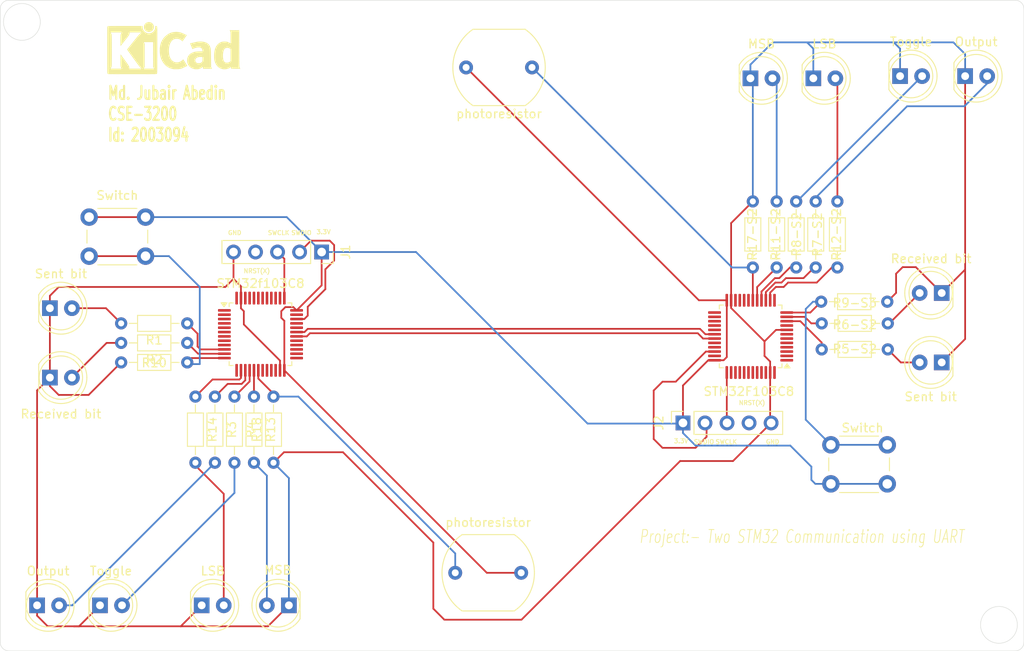
<source format=kicad_pcb>
(kicad_pcb (version 20241229) (generator "pcbnew") (generator_version "9.0")
  (layers (0 "F.Cu" signal) (2 "B.Cu" signal) (13 "F.Paste" user) (15 "B.Paste" user) (5 "F.SilkS" user "F.Silkscreen") (7 "B.SilkS" user "B.Silkscreen") (1 "F.Mask" user) (3 "B.Mask" user) (25 "Edge.Cuts" user))
  (net 0 "")
  (net 1 "GND")
  (net 2 "/Blink On Send S2")
  (net 3 "/Blink On Receive S2")
  (net 4 "/Output Photo S2")
  (net 5 "/Toggle on External Interrupt S2")
  (net 6 "/Blink On Send S1")
  (net 7 "/Blink On Receive S1")
  (net 8 "/Output Photo S1")
  (net 9 "/Toggle on External Interrupt S1")
  (net 10 "/MSB data by Timer S1")
  (net 11 "/MSB data by Timer S2")
  (net 13 "Net-(J1-Pin_2)")
  (net 14 "+3.3V")
  (net 15 "Net-(J1-Pin_3)")
  (net 17 "Net-(J2-Pin_2)")
  (net 18 "Net-(J2-Pin_3)")
  (net 19 "Net-(U1-PA0)")
  (net 20 "Net-(U1-PA1)")
  (net 21 "Net-(U1-PA5)")
  (net 22 "Net-(U1-PA6)")
  (net 23 "Net-(U2-PA0)")
  (net 24 "Net-(U2-PA1)")
  (net 25 "Net-(U2-PA5)")
  (net 26 "Net-(U2-PA6)")
  (net 27 "Net-(U2-PA7)")
  (net 28 "Net-(U2-PA4)")
  (net 29 "Net-(U1-PA7)")
  (net 30 "Net-(U1-PA4)")
  (net 31 "Net-(U2-PB0)")
  (net 32 "Net-(U1-PB0)")
  (net 33 "Net-(U2-PA2)")
  (net 34 "Net-(U1-PA2)")
  (net 35 "Net-(U1-PA9)")
  (net 55 "Net-(U1-PA10)")
  (net 98 "/LSB of data S2")
  (net 99 "/LSB data of S1")
  (footprint "OptoDevice:R_LDR_10x8.5mm_P7.6mm_Vertical" (layer "F.Cu") (at 157.7 73.25)
    (property "Reference" "photoresistor" (at 3.8 5.35 0) (layer "F.SilkS"))
    (property "Value" "R_Photo")
    (pad "1" thru_hole circle (at 0 0) (size 1.6 1.6) (drill 0.8) (layers "*.Cu" "*.Mask") (net 14 "+3.3V"))
    (pad "2" thru_hole circle (at 7.6 0) (size 1.6 1.6) (drill 0.8) (layers "*.Cu" "*.Mask") (net 31 "Net-(U2-PB0)"))
  )
  (footprint "Resistor_THT:R_Axial_DIN0204_L3.6mm_D1.6mm_P7.62mm_Horizontal" (layer "F.Cu") (at 198.69 102.75)
    (property "Reference" "R6-S2" (at 3.81 0.15 0) (layer "F.SilkS"))
    (property "Value" "R")
    (pad "1" thru_hole circle (at 0 0) (size 1.4 1.4) (drill 0.7) (layers "*.Cu" "*.Mask") (net 24 "Net-(U2-PA1)"))
    (pad "2" thru_hole oval (at 7.62 0) (size 1.4 1.4) (drill 0.7) (layers "*.Cu" "*.Mask") (net 3 "/Blink On Receive S2"))
  )
  (footprint "Resistor_THT:R_Axial_DIN0204_L3.6mm_D1.6mm_P7.62mm_Horizontal" (layer "F.Cu") (at 125.56 102.75 180)
    (property "Reference" "R1" (at 3.81 -1.92 0) (layer "F.SilkS"))
    (property "Value" "R")
    (pad "1" thru_hole circle (at 0 0 180) (size 1.4 1.4) (drill 0.7) (layers "*.Cu" "*.Mask") (net 19 "Net-(U1-PA0)"))
    (pad "2" thru_hole oval (at 7.62 0 180) (size 1.4 1.4) (drill 0.7) (layers "*.Cu" "*.Mask") (net 6 "/Blink On Send S1"))
  )
  (footprint "LED_THT:LED_D5.0mm" (layer "F.Cu") (at 212.525 99.25 180)
    (property "Reference" "Received bit" (at 1.225 3.95 0) (layer "F.SilkS"))
    (property "Value" "Received bit")
    (pad "1" thru_hole rect (at 0 0 180) (size 1.8 1.8) (drill 0.9) (layers "*.Cu" "*.Mask") (net 1 "GND"))
    (pad "2" thru_hole circle (at 2.54 0 180) (size 1.8 1.8) (drill 0.9) (layers "*.Cu" "*.Mask") (net 3 "/Blink On Receive S2"))
  )
  (footprint "Package_QFP:LQFP-48_7x7mm_P0.5mm" (layer "F.Cu") (at 134 104)
    (property "Reference" "STM32f103C8" (at 0 -5.85 0) (layer "F.SilkS"))
    (property "Value" "STM32F103C6Tx")
    (pad "1" smd roundrect (at -4.1625 -2.75) (size 1.475 0.3) (layers "F.Cu" "F.Mask" "F.Paste"))
    (pad "2" smd roundrect (at -4.1625 -2.25) (size 1.475 0.3) (layers "F.Cu" "F.Mask" "F.Paste"))
    (pad "3" smd roundrect (at -4.1625 -1.75) (size 1.475 0.3) (layers "F.Cu" "F.Mask" "F.Paste"))
    (pad "4" smd roundrect (at -4.1625 -1.25) (size 1.475 0.3) (layers "F.Cu" "F.Mask" "F.Paste"))
    (pad "5" smd roundrect (at -4.1625 -0.75) (size 1.475 0.3) (layers "F.Cu" "F.Mask" "F.Paste"))
    (pad "6" smd roundrect (at -4.1625 -0.25) (size 1.475 0.3) (layers "F.Cu" "F.Mask" "F.Paste"))
    (pad "7" smd roundrect (at -4.1625 0.25) (size 1.475 0.3) (layers "F.Cu" "F.Mask" "F.Paste"))
    (pad "8" smd roundrect (at -4.1625 0.75) (size 1.475 0.3) (layers "F.Cu" "F.Mask" "F.Paste"))
    (pad "9" smd roundrect (at -4.1625 1.25) (size 1.475 0.3) (layers "F.Cu" "F.Mask" "F.Paste"))
    (pad "10" smd roundrect (at -4.1625 1.75) (size 1.475 0.3) (layers "F.Cu" "F.Mask" "F.Paste") (net 19 "Net-(U1-PA0)"))
    (pad "11" smd roundrect (at -4.1625 2.25) (size 1.475 0.3) (layers "F.Cu" "F.Mask" "F.Paste") (net 20 "Net-(U1-PA1)"))
    (pad "12" smd roundrect (at -4.1625 2.75) (size 1.475 0.3) (layers "F.Cu" "F.Mask" "F.Paste") (net 34 "Net-(U1-PA2)"))
    (pad "13" smd roundrect (at -2.75 4.1625) (size 0.3 1.475) (layers "F.Cu" "F.Mask" "F.Paste"))
    (pad "14" smd roundrect (at -2.25 4.1625) (size 0.3 1.475) (layers "F.Cu" "F.Mask" "F.Paste") (net 30 "Net-(U1-PA4)"))
    (pad "15" smd roundrect (at -1.75 4.1625) (size 0.3 1.475) (layers "F.Cu" "F.Mask" "F.Paste") (net 21 "Net-(U1-PA5)"))
    (pad "16" smd roundrect (at -1.25 4.1625) (size 0.3 1.475) (layers "F.Cu" "F.Mask" "F.Paste") (net 22 "Net-(U1-PA6)"))
    (pad "17" smd roundrect (at -0.75 4.1625) (size 0.3 1.475) (layers "F.Cu" "F.Mask" "F.Paste") (net 29 "Net-(U1-PA7)"))
    (pad "18" smd roundrect (at -0.25 4.1625) (size 0.3 1.475) (layers "F.Cu" "F.Mask" "F.Paste") (net 32 "Net-(U1-PB0)"))
    (pad "19" smd roundrect (at 0.25 4.1625) (size 0.3 1.475) (layers "F.Cu" "F.Mask" "F.Paste"))
    (pad "20" smd roundrect (at 0.75 4.1625) (size 0.3 1.475) (layers "F.Cu" "F.Mask" "F.Paste"))
    (pad "21" smd roundrect (at 1.25 4.1625) (size 0.3 1.475) (layers "F.Cu" "F.Mask" "F.Paste"))
    (pad "22" smd roundrect (at 1.75 4.1625) (size 0.3 1.475) (layers "F.Cu" "F.Mask" "F.Paste"))
    (pad "23" smd roundrect (at 2.25 4.1625) (size 0.3 1.475) (layers "F.Cu" "F.Mask" "F.Paste") (net 1 "GND"))
    (pad "24" smd roundrect (at 2.75 4.1625) (size 0.3 1.475) (layers "F.Cu" "F.Mask" "F.Paste") (net 14 "+3.3V"))
    (pad "25" smd roundrect (at 4.1625 2.75) (size 1.475 0.3) (layers "F.Cu" "F.Mask" "F.Paste"))
    (pad "26" smd roundrect (at 4.1625 2.25) (size 1.475 0.3) (layers "F.Cu" "F.Mask" "F.Paste"))
    (pad "27" smd roundrect (at 4.1625 1.75) (size 1.475 0.3) (layers "F.Cu" "F.Mask" "F.Paste"))
    (pad "28" smd roundrect (at 4.1625 1.25) (size 1.475 0.3) (layers "F.Cu" "F.Mask" "F.Paste"))
    (pad "29" smd roundrect (at 4.1625 0.75) (size 1.475 0.3) (layers "F.Cu" "F.Mask" "F.Paste"))
    (pad "30" smd roundrect (at 4.1625 0.25) (size 1.475 0.3) (layers "F.Cu" "F.Mask" "F.Paste") (net 35 "Net-(U1-PA9)"))
    (pad "31" smd roundrect (at 4.1625 -0.25) (size 1.475 0.3) (layers "F.Cu" "F.Mask" "F.Paste") (net 55 "Net-(U1-PA10)"))
    (pad "32" smd roundrect (at 4.1625 -0.75) (size 1.475 0.3) (layers "F.Cu" "F.Mask" "F.Paste"))
    (pad "33" smd roundrect (at 4.1625 -1.25) (size 1.475 0.3) (layers "F.Cu" "F.Mask" "F.Paste"))
    (pad "34" smd roundrect (at 4.1625 -1.75) (size 1.475 0.3) (layers "F.Cu" "F.Mask" "F.Paste") (net 13 "Net-(J1-Pin_2)"))
    (pad "35" smd roundrect (at 4.1625 -2.25) (size 1.475 0.3) (layers "F.Cu" "F.Mask" "F.Paste"))
    (pad "36" smd roundrect (at 4.1625 -2.75) (size 1.475 0.3) (layers "F.Cu" "F.Mask" "F.Paste") (net 14 "+3.3V"))
    (pad "37" smd roundrect (at 2.75 -4.1625) (size 0.3 1.475) (layers "F.Cu" "F.Mask" "F.Paste") (net 15 "Net-(J1-Pin_3)"))
    (pad "38" smd roundrect (at 2.25 -4.1625) (size 0.3 1.475) (layers "F.Cu" "F.Mask" "F.Paste"))
    (pad "39" smd roundrect (at 1.75 -4.1625) (size 0.3 1.475) (layers "F.Cu" "F.Mask" "F.Paste"))
    (pad "40" smd roundrect (at 1.25 -4.1625) (size 0.3 1.475) (layers "F.Cu" "F.Mask" "F.Paste"))
    (pad "41" smd roundrect (at 0.75 -4.1625) (size 0.3 1.475) (layers "F.Cu" "F.Mask" "F.Paste"))
    (pad "42" smd roundrect (at 0.25 -4.1625) (size 0.3 1.475) (layers "F.Cu" "F.Mask" "F.Paste"))
    (pad "43" smd roundrect (at -0.25 -4.1625) (size 0.3 1.475) (layers "F.Cu" "F.Mask" "F.Paste"))
    (pad "44" smd roundrect (at -0.75 -4.1625) (size 0.3 1.475) (layers "F.Cu" "F.Mask" "F.Paste"))
    (pad "45" smd roundrect (at -1.25 -4.1625) (size 0.3 1.475) (layers "F.Cu" "F.Mask" "F.Paste"))
    (pad "46" smd roundrect (at -1.75 -4.1625) (size 0.3 1.475) (layers "F.Cu" "F.Mask" "F.Paste"))
    (pad "47" smd roundrect (at -2.25 -4.1625) (size 0.3 1.475) (layers "F.Cu" "F.Mask" "F.Paste") (net 1 "GND"))
    (pad "48" smd roundrect (at -2.75 -4.1625) (size 0.3 1.475) (layers "F.Cu" "F.Mask" "F.Paste"))
  )
  (footprint "Symbol:KiCad-Logo_6mm_SilkScreen" (layer "F.Cu") (at 124 71)
    (property "Reference" "REF**" (hide yes))
    (property "Value" "KiCad-Logo_6mm_SilkScreen" (hide yes))
  )
  (footprint "Resistor_THT:R_Axial_DIN0204_L3.6mm_D1.6mm_P7.62mm_Horizontal" (layer "F.Cu") (at 126.5 111.19 -90)
    (property "Reference" "R14" (at 3.81 -1.92 90) (layer "F.SilkS"))
    (property "Value" "R")
    (pad "1" thru_hole circle (at 0 0 270) (size 1.4 1.4) (drill 0.7) (layers "*.Cu" "*.Mask") (net 30 "Net-(U1-PA4)"))
    (pad "2" thru_hole oval (at 7.62 0 270) (size 1.4 1.4) (drill 0.7) (layers "*.Cu" "*.Mask") (net 99 "/LSB data of S1"))
  )
  (footprint "Resistor_THT:R_Axial_DIN0204_L3.6mm_D1.6mm_P7.62mm_Horizontal" (layer "F.Cu") (at 131 111.19 -90)
    (property "Reference" "R4" (at 3.81 -1.92 90) (layer "F.SilkS"))
    (property "Value" "R")
    (pad "1" thru_hole circle (at 0 0 270) (size 1.4 1.4) (drill 0.7) (layers "*.Cu" "*.Mask") (net 22 "Net-(U1-PA6)"))
    (pad "2" thru_hole oval (at 7.62 0 270) (size 1.4 1.4) (drill 0.7) (layers "*.Cu" "*.Mask") (net 9 "/Toggle on External Interrupt S1"))
  )
  (footprint "LED_THT:LED_D5.0mm" (layer "F.Cu") (at 197.725 74.5)
    (property "Reference" "LSB" (at 1.27 -3.96 0) (layer "F.SilkS"))
    (property "Value" "LED")
    (pad "1" thru_hole rect (at 0 0) (size 1.8 1.8) (drill 0.9) (layers "*.Cu" "*.Mask") (net 1 "GND"))
    (pad "2" thru_hole circle (at 2.54 0) (size 1.8 1.8) (drill 0.9) (layers "*.Cu" "*.Mask") (net 98 "/LSB of data S2"))
  )
  (footprint "Resistor_THT:R_Axial_DIN0204_L3.6mm_D1.6mm_P7.62mm_Horizontal" (layer "F.Cu") (at 133.25 111.19 -90)
    (property "Reference" "R13" (at 3.81 -1.92 90) (layer "F.SilkS"))
    (property "Value" "R")
    (pad "1" thru_hole circle (at 0 0 270) (size 1.4 1.4) (drill 0.7) (layers "*.Cu" "*.Mask") (net 29 "Net-(U1-PA7)"))
    (pad "2" thru_hole oval (at 7.62 0 270) (size 1.4 1.4) (drill 0.7) (layers "*.Cu" "*.Mask") (net 10 "/MSB data by Timer S1"))
  )
  (footprint "LED_THT:LED_D5.0mm" (layer "F.Cu") (at 109.725 101)
    (property "Reference" "Sent bit" (at 1.27 -3.96 0) (layer "F.SilkS"))
    (property "Value" "LED")
    (pad "1" thru_hole rect (at 0 0) (size 1.8 1.8) (drill 0.9) (layers "*.Cu" "*.Mask") (net 1 "GND"))
    (pad "2" thru_hole circle (at 2.54 0) (size 1.8 1.8) (drill 0.9) (layers "*.Cu" "*.Mask") (net 6 "/Blink On Send S1"))
  )
  (footprint "LED_THT:LED_D5.0mm" (layer "F.Cu") (at 109.725 109)
    (property "Reference" "Received bit" (at 1.27 4.2 0) (layer "F.SilkS"))
    (property "Value" "LED")
    (pad "1" thru_hole rect (at 0 0) (size 1.8 1.8) (drill 0.9) (layers "*.Cu" "*.Mask") (net 1 "GND"))
    (pad "2" thru_hole circle (at 2.54 0) (size 1.8 1.8) (drill 0.9) (layers "*.Cu" "*.Mask") (net 7 "/Blink On Receive S1"))
  )
  (footprint "LED_THT:LED_D5.0mm" (layer "F.Cu") (at 115.5 135.25)
    (property "Reference" "Toggle" (at 1.27 -3.96 0) (layer "F.SilkS"))
    (property "Value" "LED")
    (pad "1" thru_hole rect (at 0 0) (size 1.8 1.8) (drill 0.9) (layers "*.Cu" "*.Mask") (net 1 "GND"))
    (pad "2" thru_hole circle (at 2.54 0) (size 1.8 1.8) (drill 0.9) (layers "*.Cu" "*.Mask") (net 9 "/Toggle on External Interrupt S1"))
  )
  (footprint "Resistor_THT:R_Axial_DIN0204_L3.6mm_D1.6mm_P7.62mm_Horizontal" (layer "F.Cu") (at 198 96.31 90)
    (property "Reference" "R7-S2" (at 3.81 0.2 90) (layer "F.SilkS"))
    (property "Value" "R")
    (pad "1" thru_hole circle (at 0 0 90) (size 1.4 1.4) (drill 0.7) (layers "*.Cu" "*.Mask") (net 25 "Net-(U2-PA5)"))
    (pad "2" thru_hole oval (at 7.62 0 90) (size 1.4 1.4) (drill 0.7) (layers "*.Cu" "*.Mask") (net 4 "/Output Photo S2"))
  )
  (footprint "Connector_PinSocket_2.54mm:PinSocket_1x05_P2.54mm_Vertical" (layer "F.Cu") (at 141.05 94.525 -90)
    (property "Reference" "J1" (at 0 -2.77 90) (layer "F.SilkS"))
    (property "Value" "Conn_01x05")
    (pad "1" thru_hole rect (at 0 0 270) (size 1.7 1.7) (drill 1) (layers "*.Cu" "*.Mask") (net 14 "+3.3V"))
    (pad "2" thru_hole oval (at 0 2.54 270) (size 1.7 1.7) (drill 1) (layers "*.Cu" "*.Mask") (net 13 "Net-(J1-Pin_2)"))
    (pad "3" thru_hole oval (at 0 5.08 270) (size 1.7 1.7) (drill 1) (layers "*.Cu" "*.Mask") (net 15 "Net-(J1-Pin_3)"))
    (pad "4" thru_hole oval (at 0 7.62 270) (size 1.7 1.7) (drill 1) (layers "*.Cu" "*.Mask"))
    (pad "5" thru_hole oval (at 0 10.16 270) (size 1.7 1.7) (drill 1) (layers "*.Cu" "*.Mask") (net 1 "GND"))
  )
  (footprint "Resistor_THT:R_Axial_DIN0204_L3.6mm_D1.6mm_P7.62mm_Horizontal" (layer "F.Cu") (at 125.56 105 180)
    (property "Reference" "R2" (at 3.81 -1.92 0) (layer "F.SilkS"))
    (property "Value" "R")
    (pad "1" thru_hole circle (at 0 0 180) (size 1.4 1.4) (drill 0.7) (layers "*.Cu" "*.Mask") (net 20 "Net-(U1-PA1)"))
    (pad "2" thru_hole oval (at 7.62 0 180) (size 1.4 1.4) (drill 0.7) (layers "*.Cu" "*.Mask") (net 7 "/Blink On Receive S1"))
  )
  (footprint "Resistor_THT:R_Axial_DIN0204_L3.6mm_D1.6mm_P7.62mm_Horizontal" (layer "F.Cu") (at 193.5 96.31 90)
    (property "Reference" "R11-S2" (at 3.81 -0.1 90) (layer "F.SilkS"))
    (property "Value" "R")
    (pad "1" thru_hole circle (at 0 0 90) (size 1.4 1.4) (drill 0.7) (layers "*.Cu" "*.Mask") (net 27 "Net-(U2-PA7)"))
    (pad "2" thru_hole oval (at 7.62 0 90) (size 1.4 1.4) (drill 0.7) (layers "*.Cu" "*.Mask") (net 11 "/MSB data by Timer S2"))
  )
  (footprint "LED_THT:LED_D5.0mm" (layer "F.Cu") (at 207.725 74.25)
    (property "Reference" "Toggle" (at 1.27 -3.96 0) (layer "F.SilkS"))
    (property "Value" "LED")
    (pad "1" thru_hole rect (at 0 0) (size 1.8 1.8) (drill 0.9) (layers "*.Cu" "*.Mask") (net 1 "GND"))
    (pad "2" thru_hole circle (at 2.54 0) (size 1.8 1.8) (drill 0.9) (layers "*.Cu" "*.Mask") (net 5 "/Toggle on External Interrupt S2"))
  )
  (footprint "Resistor_THT:R_Axial_DIN0204_L3.6mm_D1.6mm_P7.62mm_Horizontal" (layer "F.Cu") (at 200.5 96.31 90)
    (property "Reference" "R12-S2" (at 3.81 -0.1 90) (layer "F.SilkS"))
    (property "Value" "R")
    (pad "1" thru_hole circle (at 0 0 90) (size 1.4 1.4) (drill 0.7) (layers "*.Cu" "*.Mask") (net 28 "Net-(U2-PA4)"))
    (pad "2" thru_hole oval (at 7.62 0 90) (size 1.4 1.4) (drill 0.7) (layers "*.Cu" "*.Mask") (net 98 "/LSB of data S2"))
  )
  (footprint "Resistor_THT:R_Axial_DIN0204_L3.6mm_D1.6mm_P7.62mm_Horizontal" (layer "F.Cu") (at 125.56 107.25 180)
    (property "Reference" "R10" (at 3.81 -0.05 0) (layer "F.SilkS"))
    (property "Value" "R")
    (pad "1" thru_hole circle (at 0 0 180) (size 1.4 1.4) (drill 0.7) (layers "*.Cu" "*.Mask") (net 34 "Net-(U1-PA2)"))
    (pad "2" thru_hole oval (at 7.62 0 180) (size 1.4 1.4) (drill 0.7) (layers "*.Cu" "*.Mask") (net 1 "GND"))
  )
  (footprint "Resistor_THT:R_Axial_DIN0204_L3.6mm_D1.6mm_P7.62mm_Horizontal" (layer "F.Cu") (at 206.25 100.25 180)
    (property "Reference" "R9-S3" (at 3.75 -0.15 0) (layer "F.SilkS"))
    (property "Value" "R")
    (pad "1" thru_hole circle (at 0 0 180) (size 1.4 1.4) (drill 0.7) (layers "*.Cu" "*.Mask") (net 1 "GND"))
    (pad "2" thru_hole oval (at 7.62 0 180) (size 1.4 1.4) (drill 0.7) (layers "*.Cu" "*.Mask") (net 33 "Net-(U2-PA2)"))
  )
  (footprint "Resistor_THT:R_Axial_DIN0204_L3.6mm_D1.6mm_P7.62mm_Horizontal" (layer "F.Cu") (at 128.75 111.19 -90)
    (property "Reference" "R3" (at 3.81 -1.92 90) (layer "F.SilkS"))
    (property "Value" "R")
    (pad "1" thru_hole circle (at 0 0 270) (size 1.4 1.4) (drill 0.7) (layers "*.Cu" "*.Mask") (net 21 "Net-(U1-PA5)"))
    (pad "2" thru_hole oval (at 7.62 0 270) (size 1.4 1.4) (drill 0.7) (layers "*.Cu" "*.Mask") (net 8 "/Output Photo S1"))
  )
  (footprint "LED_THT:LED_D5.0mm" (layer "F.Cu") (at 212.525 107.25 180)
    (property "Reference" "Sent bit" (at 1.27 -3.96 0) (layer "F.SilkS"))
    (property "Value" "LED")
    (pad "1" thru_hole rect (at 0 0 180) (size 1.8 1.8) (drill 0.9) (layers "*.Cu" "*.Mask") (net 1 "GND"))
    (pad "2" thru_hole circle (at 2.54 0 180) (size 1.8 1.8) (drill 0.9) (layers "*.Cu" "*.Mask") (net 2 "/Blink On Send S2"))
  )
  (footprint "LED_THT:LED_D5.0mm" (layer "F.Cu") (at 127.225 135.25)
    (property "Reference" "LSB" (at 1.27 -3.96 0) (layer "F.SilkS"))
    (property "Value" "LED")
    (pad "1" thru_hole rect (at 0 0) (size 1.8 1.8) (drill 0.9) (layers "*.Cu" "*.Mask") (net 1 "GND"))
    (pad "2" thru_hole circle (at 2.54 0) (size 1.8 1.8) (drill 0.9) (layers "*.Cu" "*.Mask") (net 99 "/LSB data of S1"))
  )
  (footprint "LED_THT:LED_D5.0mm" (layer "F.Cu") (at 137.275 135.25 180)
    (property "Reference" "MSB" (at 1.27 4.05 0) (layer "F.SilkS"))
    (property "Value" "LED")
    (pad "1" thru_hole rect (at 0 0 180) (size 1.8 1.8) (drill 0.9) (layers "*.Cu" "*.Mask") (net 1 "GND"))
    (pad "2" thru_hole circle (at 2.54 0 180) (size 1.8 1.8) (drill 0.9) (layers "*.Cu" "*.Mask") (net 10 "/MSB data by Timer S1"))
  )
  (footprint "Package_QFP:LQFP-48_7x7mm_P0.5mm" (layer "F.Cu") (at 190.5 104.25 180)
    (property "Reference" "STM32F103C8" (at 0.2 -6.35 0) (layer "F.SilkS"))
    (property "Value" "STM32F103C6Tx")
    (pad "1" smd roundrect (at -4.1625 -2.75 180) (size 1.475 0.3) (layers "F.Cu" "F.Mask" "F.Paste"))
    (pad "2" smd roundrect (at -4.1625 -2.25 180) (size 1.475 0.3) (layers "F.Cu" "F.Mask" "F.Paste"))
    (pad "3" smd roundrect (at -4.1625 -1.75 180) (size 1.475 0.3) (layers "F.Cu" "F.Mask" "F.Paste"))
    (pad "4" smd roundrect (at -4.1625 -1.25 180) (size 1.475 0.3) (layers "F.Cu" "F.Mask" "F.Paste"))
    (pad "5" smd roundrect (at -4.1625 -0.75 180) (size 1.475 0.3) (layers "F.Cu" "F.Mask" "F.Paste"))
    (pad "6" smd roundrect (at -4.1625 -0.25 180) (size 1.475 0.3) (layers "F.Cu" "F.Mask" "F.Paste"))
    (pad "7" smd roundrect (at -4.1625 0.25 180) (size 1.475 0.3) (layers "F.Cu" "F.Mask" "F.Paste"))
    (pad "8" smd roundrect (at -4.1625 0.75 180) (size 1.475 0.3) (layers "F.Cu" "F.Mask" "F.Paste") (net 1 "GND"))
    (pad "9" smd roundrect (at -4.1625 1.25 180) (size 1.475 0.3) (layers "F.Cu" "F.Mask" "F.Paste"))
    (pad "10" smd roundrect (at -4.1625 1.75 180) (size 1.475 0.3) (layers "F.Cu" "F.Mask" "F.Paste") (net 23 "Net-(U2-PA0)"))
    (pad "11" smd roundrect (at -4.1625 2.25 180) (size 1.475 0.3) (layers "F.Cu" "F.Mask" "F.Paste") (net 24 "Net-(U2-PA1)"))
    (pad "12" smd roundrect (at -4.1625 2.75 180) (size 1.475 0.3) (layers "F.Cu" "F.Mask" "F.Paste") (net 33 "Net-(U2-PA2)"))
    (pad "13" smd roundrect (at -2.75 4.1625 180) (size 0.3 1.475) (layers "F.Cu" "F.Mask" "F.Paste"))
    (pad "14" smd roundrect (at -2.25 4.1625 180) (size 0.3 1.475) (layers "F.Cu" "F.Mask" "F.Paste") (net 28 "Net-(U2-PA4)"))
    (pad "15" smd roundrect (at -1.75 4.1625 180) (size 0.3 1.475) (layers "F.Cu" "F.Mask" "F.Paste") (net 25 "Net-(U2-PA5)"))
    (pad "16" smd roundrect (at -1.25 4.1625 180) (size 0.3 1.475) (layers "F.Cu" "F.Mask" "F.Paste") (net 26 "Net-(U2-PA6)"))
    (pad "17" smd roundrect (at -0.75 4.1625 180) (size 0.3 1.475) (layers "F.Cu" "F.Mask" "F.Paste") (net 27 "Net-(U2-PA7)"))
    (pad "18" smd roundrect (at -0.25 4.1625 180) (size 0.3 1.475) (layers "F.Cu" "F.Mask" "F.Paste") (net 31 "Net-(U2-PB0)"))
    (pad "19" smd roundrect (at 0.25 4.1625 180) (size 0.3 1.475) (layers "F.Cu" "F.Mask" "F.Paste"))
    (pad "20" smd roundrect (at 0.75 4.1625 180) (size 0.3 1.475) (layers "F.Cu" "F.Mask" "F.Paste"))
    (pad "21" smd roundrect (at 1.25 4.1625 180) (size 0.3 1.475) (layers "F.Cu" "F.Mask" "F.Paste"))
    (pad "22" smd roundrect (at 1.75 4.1625 180) (size 0.3 1.475) (layers "F.Cu" "F.Mask" "F.Paste"))
    (pad "23" smd roundrect (at 2.25 4.1625 180) (size 0.3 1.475) (layers "F.Cu" "F.Mask" "F.Paste") (net 1 "GND"))
    (pad "24" smd roundrect (at 2.75 4.1625 180) (size 0.3 1.475) (layers "F.Cu" "F.Mask" "F.Paste") (net 14 "+3.3V"))
    (pad "25" smd roundrect (at 4.1625 2.75 180) (size 1.475 0.3) (layers "F.Cu" "F.Mask" "F.Paste"))
    (pad "26" smd roundrect (at 4.1625 2.25 180) (size 1.475 0.3) (layers "F.Cu" "F.Mask" "F.Paste"))
    (pad "27" smd roundrect (at 4.1625 1.75 180) (size 1.475 0.3) (layers "F.Cu" "F.Mask" "F.Paste"))
    (pad "28" smd roundrect (at 4.1625 1.25 180) (size 1.475 0.3) (layers "F.Cu" "F.Mask" "F.Paste"))
    (pad "29" smd roundrect (at 4.1625 0.75 180) (size 1.475 0.3) (layers "F.Cu" "F.Mask" "F.Paste"))
    (pad "30" smd roundrect (at 4.1625 0.25 180) (size 1.475 0.3) (layers "F.Cu" "F.Mask" "F.Paste") (net 55 "Net-(U1-PA10)"))
    (pad "31" smd roundrect (at 4.1625 -0.25 180) (size 1.475 0.3) (layers "F.Cu" "F.Mask" "F.Paste") (net 35 "Net-(U1-PA9)"))
    (pad "32" smd roundrect (at 4.1625 -0.75 180) (size 1.475 0.3) (layers "F.Cu" "F.Mask" "F.Paste"))
    (pad "33" smd roundrect (at 4.1625 -1.25 180) (size 1.475 0.3) (layers "F.Cu" "F.Mask" "F.Paste"))
    (pad "34" smd roundrect (at 4.1625 -1.75 180) (size 1.475 0.3) (layers "F.Cu" "F.Mask" "F.Paste") (net 17 "Net-(J2-Pin_2)"))
    (pad "35" smd roundrect (at 4.1625 -2.25 180) (size 1.475 0.3) (layers "F.Cu" "F.Mask" "F.Paste"))
    (pad "36" smd roundrect (at 4.1625 -2.75 180) (size 1.475 0.3) (layers "F.Cu" "F.Mask" "F.Paste") (net 14 "+3.3V"))
    (pad "37" smd roundrect (at 2.75 -4.1625 180) (size 0.3 1.475) (layers "F.Cu" "F.Mask" "F.Paste") (net 18 "Net-(J2-Pin_3)"))
    (pad "38" smd roundrect (at 2.25 -4.1625 180) (size 0.3 1.475) (layers "F.Cu" "F.Mask" "F.Paste"))
    (pad "39" smd roundrect (at 1.75 -4.1625 180) (size 0.3 1.475) (layers "F.Cu" "F.Mask" "F.Paste"))
    (pad "40" smd roundrect (at 1.25 -4.1625 180) (size 0.3 1.475) (layers "F.Cu" "F.Mask" "F.Paste"))
    (pad "41" smd roundrect (at 0.75 -4.1625 180) (size 0.3 1.475) (layers "F.Cu" "F.Mask" "F.Paste"))
    (pad "42" smd roundrect (at 0.25 -4.1625 180) (size 0.3 1.475) (layers "F.Cu" "F.Mask" "F.Paste"))
    (pad "43" smd roundrect (at -0.25 -4.1625 180) (size 0.3 1.475) (layers "F.Cu" "F.Mask" "F.Paste"))
    (pad "44" smd roundrect (at -0.75 -4.1625 180) (size 0.3 1.475) (layers "F.Cu" "F.Mask" "F.Paste"))
    (pad "45" smd roundrect (at -1.25 -4.1625 180) (size 0.3 1.475) (layers "F.Cu" "F.Mask" "F.Paste"))
    (pad "46" smd roundrect (at -1.75 -4.1625 180) (size 0.3 1.475) (layers "F.Cu" "F.Mask" "F.Paste"))
    (pad "47" smd roundrect (at -2.25 -4.1625 180) (size 0.3 1.475) (layers "F.Cu" "F.Mask" "F.Paste") (net 1 "GND"))
    (pad "48" smd roundrect (at -2.75 -4.1625 180) (size 0.3 1.475) (layers "F.Cu" "F.Mask" "F.Paste"))
  )
  (footprint "Resistor_THT:R_Axial_DIN0204_L3.6mm_D1.6mm_P7.62mm_Horizontal" (layer "F.Cu") (at 198.69 105.75)
    (property "Reference" "R5-S2" (at 3.81 -0.05 0) (layer "F.SilkS"))
    (property "Value" "R")
    (pad "1" thru_hole circle (at 0 0) (size 1.4 1.4) (drill 0.7) (layers "*.Cu" "*.Mask") (net 23 "Net-(U2-PA0)"))
    (pad "2" thru_hole oval (at 7.62 0) (size 1.4 1.4) (drill 0.7) (layers "*.Cu" "*.Mask") (net 2 "/Blink On Send S2"))
  )
  (footprint "Resistor_THT:R_Axial_DIN0204_L3.6mm_D1.6mm_P7.62mm_Horizontal" (layer "F.Cu") (at 135.5 118.81 90)
    (property "Reference" "R18" (at 3.81 -1.92 90) (layer "F.SilkS"))
    (property "Value" "R")
    (pad "1" thru_hole circle (at 0 0 90) (size 1.4 1.4) (drill 0.7) (layers "*.Cu" "*.Mask") (net 1 "GND"))
    (pad "2" thru_hole oval (at 7.62 0 90) (size 1.4 1.4) (drill 0.7) (layers "*.Cu" "*.Mask") (net 32 "Net-(U1-PB0)"))
  )
  (footprint "Button_Switch_THT:SW_PUSH_6mm_H5mm" (layer "F.Cu") (at 199.75 116.75)
    (property "Reference" "Switch" (at 3.65 -1.95 0) (layer "F.SilkS"))
    (property "Value" "SW_Push")
    (pad "1" thru_hole circle (at 0 0 90) (size 2 2) (drill 1.1) (layers "*.Cu" "*.Mask") (net 33 "Net-(U2-PA2)"))
    (pad "1" thru_hole circle (at 6.5 0 90) (size 2 2) (drill 1.1) (layers "*.Cu" "*.Mask") (net 33 "Net-(U2-PA2)"))
    (pad "2" thru_hole circle (at 0 4.5 90) (size 2 2) (drill 1.1) (layers "*.Cu" "*.Mask") (net 14 "+3.3V"))
    (pad "2" thru_hole circle (at 6.5 4.5 90) (size 2 2) (drill 1.1) (layers "*.Cu" "*.Mask") (net 14 "+3.3V"))
  )
  (footprint "OptoDevice:R_LDR_10x8.5mm_P7.6mm_Vertical" (layer "F.Cu") (at 164.05 131.5 180)
    (property "Reference" "photoresistor" (at 3.8 5.8 0) (layer "F.SilkS"))
    (property "Value" "R_Photo")
    (pad "1" thru_hole circle (at 0 0 180) (size 1.6 1.6) (drill 0.8) (layers "*.Cu" "*.Mask") (net 14 "+3.3V"))
    (pad "2" thru_hole circle (at 7.6 0 180) (size 1.6 1.6) (drill 0.8) (layers "*.Cu" "*.Mask") (net 32 "Net-(U1-PB0)"))
  )
  (footprint "LED_THT:LED_D5.0mm" (layer "F.Cu") (at 215.225 74.25)
    (property "Reference" "Output" (at 1.27 -3.96 0) (layer "F.SilkS"))
    (property "Value" "LED")
    (pad "1" thru_hole rect (at 0 0) (size 1.8 1.8) (drill 0.9) (layers "*.Cu" "*.Mask") (net 1 "GND"))
    (pad "2" thru_hole circle (at 2.54 0) (size 1.8 1.8) (drill 0.9) (layers "*.Cu" "*.Mask") (net 4 "/Output Photo S2"))
  )
  (footprint "Resistor_THT:R_Axial_DIN0204_L3.6mm_D1.6mm_P7.62mm_Horizontal" (layer "F.Cu") (at 195.75 96.31 90)
    (property "Reference" "R8-S2" (at 3.81 0.05 90) (layer "F.SilkS"))
    (property "Value" "R")
    (pad "1" thru_hole circle (at 0 0 90) (size 1.4 1.4) (drill 0.7) (layers "*.Cu" "*.Mask") (net 26 "Net-(U2-PA6)"))
    (pad "2" thru_hole oval (at 7.62 0 90) (size 1.4 1.4) (drill 0.7) (layers "*.Cu" "*.Mask") (net 5 "/Toggle on External Interrupt S2"))
  )
  (footprint "Connector_PinSocket_2.54mm:PinSocket_1x05_P2.54mm_Vertical" (layer "F.Cu") (at 182.7 114.225 90)
    (property "Reference" "J2" (at 0 -2.77 90) (layer "F.SilkS"))
    (property "Value" "Conn_01x05")
    (pad "1" thru_hole rect (at 0 0 90) (size 1.7 1.7) (drill 1) (layers "*.Cu" "*.Mask") (net 14 "+3.3V"))
    (pad "2" thru_hole oval (at 0 2.54 90) (size 1.7 1.7) (drill 1) (layers "*.Cu" "*.Mask") (net 17 "Net-(J2-Pin_2)"))
    (pad "3" thru_hole oval (at 0 5.08 90) (size 1.7 1.7) (drill 1) (layers "*.Cu" "*.Mask") (net 18 "Net-(J2-Pin_3)"))
    (pad "4" thru_hole oval (at 0 7.62 90) (size 1.7 1.7) (drill 1) (layers "*.Cu" "*.Mask"))
    (pad "5" thru_hole oval (at 0 10.16 90) (size 1.7 1.7) (drill 1) (layers "*.Cu" "*.Mask") (net 1 "GND"))
  )
  (footprint "LED_THT:LED_D5.0mm" (layer "F.Cu") (at 190.475 74.5)
    (property "Reference" "MSB" (at 1.27 -3.96 0) (layer "F.SilkS"))
    (property "Value" "LED")
    (pad "1" thru_hole rect (at 0 0) (size 1.8 1.8) (drill 0.9) (layers "*.Cu" "*.Mask") (net 1 "GND"))
    (pad "2" thru_hole circle (at 2.54 0) (size 1.8 1.8) (drill 0.9) (layers "*.Cu" "*.Mask") (net 11 "/MSB data by Timer S2"))
  )
  (footprint "LED_THT:LED_D5.0mm" (layer "F.Cu") (at 108.25 135.25)
    (property "Reference" "Output" (at 1.27 -3.96 0) (layer "F.SilkS"))
    (property "Value" "LED")
    (pad "1" thru_hole rect (at 0 0) (size 1.8 1.8) (drill 0.9) (layers "*.Cu" "*.Mask") (net 1 "GND"))
    (pad "2" thru_hole circle (at 2.54 0) (size 1.8 1.8) (drill 0.9) (layers "*.Cu" "*.Mask") (net 8 "/Output Photo S1"))
  )
  (footprint "Button_Switch_THT:SW_PUSH_6mm_H5mm" (layer "F.Cu") (at 120.75 95 180)
    (property "Reference" "Switch" (at 3.25 7 0) (layer "F.SilkS"))
    (property "Value" "SW_Push")
    (pad "1" thru_hole circle (at 0 0 270) (size 2 2) (drill 1.1) (layers "*.Cu" "*.Mask") (net 34 "Net-(U1-PA2)"))
    (pad "1" thru_hole circle (at 6.5 0 270) (size 2 2) (drill 1.1) (layers "*.Cu" "*.Mask") (net 34 "Net-(U1-PA2)"))
    (pad "2" thru_hole circle (at 0 4.5 270) (size 2 2) (drill 1.1) (layers "*.Cu" "*.Mask") (net 14 "+3.3V"))
    (pad "2" thru_hole circle (at 6.5 4.5 270) (size 2 2) (drill 1.1) (layers "*.Cu" "*.Mask") (net 14 "+3.3V"))
  )
  (footprint "Resistor_THT:R_Axial_DIN0204_L3.6mm_D1.6mm_P7.62mm_Horizontal" (layer "F.Cu") (at 190.75 88.69 -90)
    (property "Reference" "R17-S2" (at 3.81 0.05 90) (layer "F.SilkS"))
    (property "Value" "R")
    (pad "1" thru_hole circle (at 0 0 270) (size 1.4 1.4) (drill 0.7) (layers "*.Cu" "*.Mask") (net 1 "GND"))
    (pad "2" thru_hole oval (at 7.62 0 270) (size 1.4 1.4) (drill 0.7) (layers "*.Cu" "*.Mask") (net 31 "Net-(U2-PB0)"))
  )
  (gr_arc (start 221 65.5) (mid 221.707107 65.792893) (end 222 66.5) (stroke (width 0.05)) (layer "Edge.Cuts"))
  (gr_circle (center 106.5 68) (end 105 66.5) (stroke (width 0.05)) (fill no) (layer "Edge.Cuts"))
  (gr_arc (start 104 66.5) (mid 104.292893 65.792893) (end 105 65.5) (stroke (width 0.05)) (layer "Edge.Cuts"))
  (gr_line (start 105 65.5) (end 221 65.5) (stroke (width 0.05)) (layer "Edge.Cuts"))
  (gr_circle (center 219.12132 137.5) (end 217.62132 136) (stroke (width 0.05)) (fill no) (layer "Edge.Cuts"))
  (gr_line (start 222 66.5) (end 222 139.5) (stroke (width 0.05)) (layer "Edge.Cuts"))
  (gr_line (start 221 140.5) (end 105 140.5) (stroke (width 0.05)) (layer "Edge.Cuts"))
  (gr_arc (start 105 140.5) (mid 104.292893 140.207107) (end 104 139.5) (stroke (width 0.05)) (layer "Edge.Cuts"))
  (gr_arc (start 222 139.5) (mid 221.707107 140.207107) (end 221 140.5) (stroke (width 0.05)) (layer "Edge.Cuts"))
  (gr_line (start 104 139.5) (end 104 66.5) (stroke (width 0.05)) (layer "Edge.Cuts"))
  (gr_text "SWCLK\n" (at 134.8 92.6 0) (layer "F.SilkS") (effects (font (size 0.5 0.5) (thickness 0.1)) (justify left bottom)))
  (gr_text "GND" (at 192.2 116.7 0) (layer "F.SilkS") (effects (font (size 0.5 0.5) (thickness 0.1)) (justify left bottom)))
  (gr_text "Md. Jubair Abedin\nCSE-3200\nId: 2003094" (at 116.3 81.9 0) (layer "F.SilkS") (effects (font (size 1.5 1) (thickness 0.25) (bold yes)) (justify left bottom)))
  (gr_text "Project:- Two STM32 Communication using UART" (at 177.6 128.2 0) (layer "F.SilkS") (effects (font (size 1.5 1) (thickness 0.1) (italic yes)) (justify left bottom)))
  (gr_text "SWDIO" (at 183.9 116.7 0) (layer "F.SilkS") (effects (font (size 0.5 0.5) (thickness 0.1)) (justify left bottom)))
  (gr_text "NRST(X)" (at 132 97 0) (layer "F.SilkS") (effects (font (size 0.5 0.5) (thickness 0.1)) (justify left bottom)))
  (gr_text "SWCLK\n" (at 186.4 116.7 0) (layer "F.SilkS") (effects (font (size 0.5 0.5) (thickness 0.1)) (justify left bottom)))
  (gr_text "3.3V" (at 181.6 116.6 0) (layer "F.SilkS") (effects (font (size 0.5 0.5) (thickness 0.1)) (justify left bottom)))
  (gr_text "NRST(X)" (at 189.08 112.2 0) (layer "F.SilkS") (effects (font (size 0.5 0.5) (thickness 0.1)) (justify left bottom)))
  (gr_text "SWDIO" (at 137.5 92.6 0) (layer "F.SilkS") (effects (font (size 0.5 0.5) (thickness 0.1)) (justify left bottom)))
  (gr_text "GND" (at 130.2 92.6 0) (layer "F.SilkS") (effects (font (size 0.5 0.5) (thickness 0.1)) (justify left bottom)))
  (gr_text "3.3V" (at 140.4 92.5 0) (layer "F.SilkS") (effects (font (size 0.5 0.5) (thickness 0.1)) (justify left bottom)))
  (segment (start 134.857 137.668) (end 124.807 137.668) (width 0.2) (layer "F.Cu") (net 1))
  (segment (start 192.75 108.4125) (end 192.75 114.115) (width 0.2) (layer "F.Cu") (net 1))
  (segment (start 108.25 135.25) (end 108.25 136.444) (width 0.2) (layer "F.Cu") (net 1))
  (segment (start 143.51 117.602) (end 153.924 128.016) (width 0.2) (layer "F.Cu") (net 1))
  (segment (start 109.725 101) (end 109.725 99.571) (width 0.2) (layer "F.Cu") (net 1))
  (segment (start 108.25 136.444) (end 109.474 137.668) (width 0.2) (layer "F.Cu") (net 1))
  (segment (start 132.08 101.346) (end 131.75 101.016) (width 0.2) (layer "F.Cu") (net 1))
  (segment (start 136.25 107.04) (end 132.08 102.87) (width 0.2) (layer "F.Cu") (net 1))
  (segment (start 109.725 109.979) (end 110.744 110.998) (width 0.2) (layer "F.Cu") (net 1))
  (segment (start 206.25 100.25) (end 207.264 99.236) (width 0.2) (layer "F.Cu") (net 1))
  (segment (start 212.525 107.25) (end 215.225 104.55) (width 0.2) (layer "F.Cu") (net 1))
  (segment (start 110.744 110.998) (end 114.192 110.998) (width 0.2) (layer "F.Cu") (net 1))
  (segment (start 132.08 102.87) (end 132.08 101.346) (width 0.2) (layer "F.Cu") (net 1))
  (segment (start 192.75 107.152) (end 192.75 108.4125) (width 0.2) (layer "F.Cu") (net 1))
  (segment (start 153.924 135.636) (end 155.194 136.906) (width 0.2) (layer "F.Cu") (net 1))
  (segment (start 192.098 106.5) (end 192.75 107.152) (width 0.2) (layer "F.Cu") (net 1))
  (segment (start 124.807 137.668) (end 112.5 137.668) (width 0.2) (layer "F.Cu") (net 1))
  (segment (start 109.725 109) (end 109.725 101) (width 0.2) (layer "F.Cu") (net 1))
  (segment (start 193.426 103.5) (end 192.098 104.828) (width 0.2) (layer "F.Cu") (net 1))
  (segment (start 153.924 128.016) (end 153.924 135.636) (width 0.2) (layer "F.Cu") (net 1))
  (segment (start 129.954 98.552) (end 130.89 97.616) (width 0.2) (layer "F.Cu") (net 1))
  (segment (start 155.194 136.906) (end 164.084 136.906) (width 0.2) (layer "F.Cu") (net 1))
  (segment (start 135.5 118.81) (end 136.708 117.602) (width 0.2) (layer "F.Cu") (net 1))
  (segment (start 209.541 96.266) (end 212.525 99.25) (width 0.2) (layer "F.Cu") (net 1))
  (segment (start 207.264 99.236) (end 207.264 97.028) (width 0.2) (layer "F.Cu") (net 1))
  (segment (start 112.5 137.668) (end 113.082 137.668) (width 0.2) (layer "F.Cu") (net 1))
  (segment (start 108.25 110.475) (end 108.25 135.25) (width 0.2) (layer "F.Cu") (net 1))
  (segment (start 208.026 96.266) (end 209.541 96.266) (width 0.2) (layer "F.Cu") (net 1))
  (segment (start 113.082 137.668) (end 115.5 135.25) (width 0.2) (layer "F.Cu") (net 1))
  (segment (start 212.525 99.25) (end 215.225 96.55) (width 0.2) (layer "F.Cu") (net 1))
  (segment (start 131.75 101.016) (end 131.75 99.8375) (width 0.2) (layer "F.Cu") (net 1))
  (segment (start 109.725 109) (end 108.25 110.475) (width 0.2) (layer "F.Cu") (net 1))
  (segment (start 188.25 100.0875) (end 188.25 100.98) (width 0.2) (layer "F.Cu") (net 1))
  (segment (start 188.467 118.618) (end 192.86 114.225) (width 0.2) (layer "F.Cu") (net 1))
  (segment (start 109.474 137.668) (end 112.5 137.668) (width 0.2) (layer "F.Cu") (net 1))
  (segment (start 182.372 118.618) (end 188.467 118.618) (width 0.2) (layer "F.Cu") (net 1))
  (segment (start 109.725 109) (end 109.725 109.979) (width 0.2) (layer "F.Cu") (net 1))
  (segment (start 137.275 135.25) (end 134.857 137.668) (width 0.2) (layer "F.Cu") (net 1))
  (segment (start 136.25 108.1625) (end 136.25 107.04) (width 0.2) (layer "F.Cu") (net 1))
  (segment (start 130.89 94.525) (end 130.89 97.616) (width 0.2) (layer "F.Cu") (net 1))
  (segment (start 207.264 97.028) (end 208.026 96.266) (width 0.2) (layer "F.Cu") (net 1))
  (segment (start 215.225 96.55) (end 215.225 74.25) (width 0.2) (layer "F.Cu") (net 1))
  (segment (start 110.744 98.552) (end 129.954 98.552) (width 0.2) (layer "F.Cu") (net 1))
  (segment (start 190.475 88.415) (end 190.75 88.69) (width 0.2) (layer "F.Cu") (net 1))
  (segment (start 215.225 104.55) (end 215.225 96.55) (width 0.2) (layer "F.Cu") (net 1))
  (segment (start 109.725 99.571) (end 110.744 98.552) (width 0.2) (layer "F.Cu") (net 1))
  (segment (start 136.708 117.602) (end 143.51 117.602) (width 0.2) (layer "F.Cu") (net 1))
  (segment (start 188.25 91.19) (end 190.75 88.69) (width 0.2) (layer "F.Cu") (net 1))
  (segment (start 131.75 98.476) (end 131.75 99.8375) (width 0.2) (layer "F.Cu") (net 1))
  (segment (start 188.25 100.0875) (end 188.25 91.19) (width 0.2) (layer "F.Cu") (net 1))
  (segment (start 192.75 114.115) (end 192.86 114.225) (width 0.2) (layer "F.Cu") (net 1))
  (segment (start 164.084 136.906) (end 182.372 118.618) (width 0.2) (layer "F.Cu") (net 1))
  (segment (start 188.25 100.98) (end 192.098 104.828) (width 0.2) (layer "F.Cu") (net 1))
  (segment (start 130.89 97.616) (end 131.75 98.476) (width 0.2) (layer "F.Cu") (net 1))
  (segment (start 192.098 104.828) (end 192.098 106.5) (width 0.2) (layer "F.Cu") (net 1))
  (segment (start 127.225 135.25) (end 124.807 137.668) (width 0.2) (layer "F.Cu") (net 1))
  (segment (start 114.192 110.998) (end 117.94 107.25) (width 0.2) (layer "F.Cu") (net 1))
  (segment (start 194.6625 103.5) (end 193.426 103.5) (width 0.2) (layer "F.Cu") (net 1))
  (segment (start 207 70.358) (end 197 70.358) (width 0.2) (layer "B.Cu") (net 1))
  (segment (start 213.868 70.358) (end 207 70.358) (width 0.2) (layer "B.Cu") (net 1))
  (segment (start 197.725 71.083) (end 197 70.358) (width 0.2) (layer "B.Cu") (net 1))
  (segment (start 215.225 74.25) (end 215.225 71.715) (width 0.2) (layer "B.Cu") (net 1))
  (segment (start 135.5 118.81) (end 137.275 120.585) (width 0.2) (layer "B.Cu") (net 1))
  (segment (start 207.725 74.25) (end 207.725 71.083) (width 0.2) (layer "B.Cu") (net 1))
  (segment (start 197.725 74.5) (end 197.725 71.083) (width 0.2) (layer "B.Cu") (net 1))
  (segment (start 193.04 70.358) (end 192.786 70.612) (width 0.2) (layer "B.Cu") (net 1))
  (segment (start 197 70.358) (end 193.04 70.358) (width 0.2) (layer "B.Cu") (net 1))
  (segment (start 190.75 74.775) (end 190.475 74.5) (width 0.2) (layer "B.Cu") (net 1))
  (segment (start 207.725 71.083) (end 207 70.358) (width 0.2) (layer "B.Cu") (net 1))
  (segment (start 192.786 70.612) (end 190.475 72.923) (width 0.2) (layer "B.Cu") (net 1))
  (segment (start 190.75 88.69) (end 190.75 74.775) (width 0.2) (layer "B.Cu") (net 1))
  (segment (start 215.225 71.715) (end 213.868 70.358) (width 0.2) (layer "B.Cu") (net 1))
  (segment (start 137.275 120.585) (end 137.275 135.25) (width 0.2) (layer "B.Cu") (net 1))
  (segment (start 190.475 72.923) (end 190.475 74.5) (width 0.2) (layer "B.Cu") (net 1))
  (segment (start 206.31 105.75) (end 207.81 107.25) (width 0.2) (layer "F.Cu") (net 2))
  (segment (start 207.81 107.25) (end 209.985 107.25) (width 0.2) (layer "F.Cu") (net 2))
  (segment (start 206.31 102.75) (end 206.485 102.75) (width 0.2) (layer "F.Cu") (net 3))
  (segment (start 206.485 102.75) (end 209.985 99.25) (width 0.2) (layer "F.Cu") (net 3))
  (segment (start 198 88.258) (end 208.534 77.724) (width 0.2) (layer "B.Cu") (net 4))
  (segment (start 215.138 77.724) (end 217.765 75.097) (width 0.2) (layer "B.Cu") (net 4))
  (segment (start 217.765 75.097) (end 217.765 74.25) (width 0.2) (layer "B.Cu") (net 4))
  (segment (start 198 88.69) (end 198 88.258) (width 0.2) (layer "B.Cu") (net 4))
  (segment (start 208.534 77.724) (end 215.138 77.724) (width 0.2) (layer "B.Cu") (net 4))
  (segment (start 195.75 88.69) (end 195.825 88.69) (width 0.2) (layer "B.Cu") (net 5))
  (segment (start 195.825 88.69) (end 210.265 74.25) (width 0.2) (layer "B.Cu") (net 5))
  (segment (start 116.19 101) (end 117.94 102.75) (width 0.2) (layer "F.Cu") (net 6))
  (segment (start 112.265 101) (end 116.19 101) (width 0.2) (layer "F.Cu") (net 6))
  (segment (start 116.265 105) (end 117.94 105) (width 0.2) (layer "F.Cu") (net 7))
  (segment (start 112.265 109) (end 116.265 105) (width 0.2) (layer "F.Cu") (net 7))
  (segment (start 128.75 118.81) (end 112.31 135.25) (width 0.2) (layer "B.Cu") (net 8))
  (segment (start 112.31 135.25) (end 110.79 135.25) (width 0.2) (layer "B.Cu") (net 8))
  (segment (start 131 122.29) (end 118.04 135.25) (width 0.2) (layer "B.Cu") (net 9))
  (segment (start 131 118.81) (end 131 122.29) (width 0.2) (layer "B.Cu") (net 9))
  (segment (start 133.25 118.81) (end 134.735 120.295) (width 0.2) (layer "B.Cu") (net 10))
  (segment (start 134.735 120.295) (end 134.735 135.25) (width 0.2) (layer "B.Cu") (net 10))
  (segment (start 193.5 88.69) (end 193.5 74.985) (width 0.2) (layer "B.Cu") (net 11))
  (segment (start 193.5 74.985) (end 193.015 74.5) (width 0.2) (layer "B.Cu") (net 11))
  (segment (start 141.478 98.806) (end 141.478 96.52) (width 0.2) (layer "F.Cu") (net 13))
  (segment (start 141.986 93.218) (end 139.817 93.218) (width 0.2) (layer "F.Cu") (net 13))
  (segment (start 142.494 95.504) (end 142.494 93.726) (width 0.2) (layer "F.Cu") (net 13))
  (segment (start 141.478 96.52) (end 142.494 95.504) (width 0.2) (layer "F.Cu") (net 13))
  (segment (start 138.1625 102.25) (end 139.05 102.25) (width 0.2) (layer "F.Cu") (net 13))
  (segment (start 142.494 93.726) (end 141.986 93.218) (width 0.2) (layer "F.Cu") (net 13))
  (segment (start 139.817 93.218) (end 138.51 94.525) (width 0.2) (layer "F.Cu") (net 13))
  (segment (start 139.05 102.25) (end 139.446 101.854) (width 0.2) (layer "F.Cu") (net 13))
  (segment (start 139.446 101.854) (end 139.446 100.838) (width 0.2) (layer "F.Cu") (net 13))
  (segment (start 139.446 100.838) (end 141.478 98.806) (width 0.2) (layer "F.Cu") (net 13))
  (segment (start 186.3375 107) (end 185.608 107) (width 0.2) (layer "F.Cu") (net 14))
  (segment (start 141.05 98.3625) (end 138.1625 101.25) (width 0.2) (layer "F.Cu") (net 14))
  (segment (start 187.386 107) (end 187.75 106.636) (width 0.2) (layer "F.Cu") (net 14))
  (segment (start 187.75 106.636) (end 187.75 100.0875) (width 0.2) (layer "F.Cu") (net 14))
  (segment (start 185.608 107) (end 182.7 109.908) (width 0.2) (layer "F.Cu") (net 14))
  (segment (start 184.5375 100.0875) (end 157.7 73.25) (width 0.2) (layer "F.Cu") (net 14))
  (segment (start 164.05 131.5) (end 160.0875 131.5) (width 0.2) (layer "F.Cu") (net 14))
  (segment (start 136.398 102.108) (end 136.398 101.346) (width 0.2) (layer "F.Cu") (net 14))
  (segment (start 136.75 102.46) (end 136.398 102.108) (width 0.2) (layer "F.Cu") (net 14))
  (segment (start 136.75 108.1625) (end 136.75 102.46) (width 0.2) (layer "F.Cu") (net 14))
  (segment (start 136.869 100.875) (end 137.7875 100.875) (width 0.2) (layer "F.Cu") (net 14))
  (segment (start 160.0875 131.5) (end 136.75 108.1625) (width 0.2) (layer "F.Cu") (net 14))
  (segment (start 186.3375 107) (end 187.386 107) (width 0.2) (layer "F.Cu") (net 14))
  (segment (start 182.7 109.908) (end 182.7 114.225) (width 0.2) (layer "F.Cu") (net 14))
  (segment (start 141.05 94.525) (end 141.05 98.3625) (width 0.2) (layer "F.Cu") (net 14))
  (segment (start 114.25 90.5) (end 120.75 90.5) (width 0.2) (layer "F.Cu") (net 14))
  (segment (start 136.398 101.346) (end 136.869 100.875) (width 0.2) (layer "F.Cu") (net 14))
  (segment (start 137.7875 100.875) (end 138.1625 101.25) (width 0.2) (layer "F.Cu") (net 14))
  (segment (start 187.75 100.0875) (end 184.5375 100.0875) (width 0.2) (layer "F.Cu") (net 14))
  (segment (start 199.75 121.25) (end 206.25 121.25) (width 0.2) (layer "B.Cu") (net 14))
  (segment (start 184.15 116.84) (end 195.072 116.84) (width 0.2) (layer "B.Cu") (net 14))
  (segment (start 137.025 90.5) (end 120.75 90.5) (width 0.2) (layer "B.Cu") (net 14))
  (segment (start 141.05 94.525) (end 151.929 94.525) (width 0.2) (layer "B.Cu") (net 14))
  (segment (start 151.929 94.525) (end 171.704 114.3) (width 0.2) (layer "B.Cu") (net 14))
  (segment (start 197.5 119.268) (end 197.5 120.792) (width 0.2) (layer "B.Cu") (net 14))
  (segment (start 182.7 115.39) (end 184.15 116.84) (width 0.2) (layer "B.Cu") (net 14))
  (segment (start 197.5 120.792) (end 197.958 121.25) (width 0.2) (layer "B.Cu") (net 14))
  (segment (start 195.072 116.84) (end 197.5 119.268) (width 0.2) (layer "B.Cu") (net 14))
  (segment (start 182.7 114.225) (end 182.7 115.39) (width 0.2) (layer "B.Cu") (net 14))
  (segment (start 182.625 114.3) (end 182.7 114.225) (width 0.2) (layer "B.Cu") (net 14))
  (segment (start 197.958 121.25) (end 199.75 121.25) (width 0.2) (layer "B.Cu") (net 14))
  (segment (start 141.05 94.525) (end 137.025 90.5) (width 0.2) (layer "B.Cu") (net 14))
  (segment (start 171.704 114.3) (end 182.625 114.3) (width 0.2) (layer "B.Cu") (net 14))
  (segment (start 135.97 94.525) (end 136.75 95.305) (width 0.2) (layer "F.Cu") (net 15))
  (segment (start 136.75 95.305) (end 136.75 99.8375) (width 0.2) (layer "F.Cu") (net 15))
  (segment (start 185.42 114.405) (end 185.24 114.225) (width 0.2) (layer "F.Cu") (net 17))
  (segment (start 179.324 110.49) (end 179.324 116.078) (width 0.2) (layer "F.Cu") (net 17))
  (segment (start 184.912 113.897) (end 185.24 114.225) (width 0.2) (layer "F.Cu") (net 17))
  (segment (start 180.34 117.094) (end 184.15 117.094) (width 0.2) (layer "F.Cu") (net 17))
  (segment (start 181.864 109.474) (end 180.34 109.474) (width 0.2) (layer "F.Cu") (net 17))
  (segment (start 180.34 109.474) (end 179.324 110.49) (width 0.2) (layer "F.Cu") (net 17))
  (segment (start 184.15 117.094) (end 185.42 115.824) (width 0.2) (layer "F.Cu") (net 17))
  (segment (start 185.338 106) (end 181.864 109.474) (width 0.2) (layer "F.Cu") (net 17))
  (segment (start 185.42 115.824) (end 185.42 114.405) (width 0.2) (layer "F.Cu") (net 17))
  (segment (start 186.3375 106) (end 185.338 106) (width 0.2) (layer "F.Cu") (net 17))
  (segment (start 179.324 116.078) (end 180.34 117.094) (width 0.2) (layer "F.Cu") (net 17))
  (segment (start 187.75 114.195) (end 187.78 114.225) (width 0.2) (layer "F.Cu") (net 18))
  (segment (start 187.75 108.4125) (end 187.75 114.195) (width 0.2) (layer "F.Cu") (net 18))
  (segment (start 127.086 105.75) (end 126.746 105.41) (width 0.2) (layer "F.Cu") (net 19))
  (segment (start 126.746 103.936) (end 125.56 102.75) (width 0.2) (layer "F.Cu") (net 19))
  (segment (start 129.8375 105.75) (end 127.086 105.75) (width 0.2) (layer "F.Cu") (net 19))
  (segment (start 126.746 105.41) (end 126.746 103.936) (width 0.2) (layer "F.Cu") (net 19))
  (segment (start 129.8375 106.25) (end 126.81 106.25) (width 0.2) (layer "F.Cu") (net 20))
  (segment (start 126.81 106.25) (end 125.56 105) (width 0.2) (layer "F.Cu") (net 20))
  (segment (start 132.25 109.304) (end 131.826 109.728) (width 0.2) (layer "F.Cu") (net 21))
  (segment (start 132.25 108.1625) (end 132.25 109.304) (width 0.2) (layer "F.Cu") (net 21))
  (segment (start 131.826 109.728) (end 130.212 109.728) (width 0.2) (layer "F.Cu") (net 21))
  (segment (start 130.212 109.728) (end 128.75 111.19) (width 0.2) (layer "F.Cu") (net 21))
  (segment (start 132.75 108.1625) (end 132.75 109.44) (width 0.2) (layer "F.Cu") (net 22))
  (segment (start 132.75 109.44) (end 131 111.19) (width 0.2) (layer "F.Cu") (net 22))
  (segment (start 196.226 102.5) (end 198.69 104.964) (width 0.2) (layer "F.Cu") (net 23))
  (segment (start 194.6625 102.5) (end 196.226 102.5) (width 0.2) (layer "F.Cu") (net 23))
  (segment (start 198.69 104.964) (end 198.69 105.75) (width 0.2) (layer "F.Cu") (net 23))
  (segment (start 194.6625 102) (end 196.742 102) (width 0.2) (layer "F.Cu") (net 24))
  (segment (start 196.742 102) (end 197.492 102.75) (width 0.2) (layer "F.Cu") (net 24))
  (segment (start 197.492 102.75) (end 198.69 102.75) (width 0.2) (layer "F.Cu") (net 24))
  (segment (start 194.056 98.044) (end 194.564 97.536) (width 0.2) (layer "F.Cu") (net 25))
  (segment (start 196.596 97.536) (end 197.822 96.31) (width 0.2) (layer "F.Cu") (net 25))
  (segment (start 192.25 100.0875) (end 192.25 99.145686) (width 0.2) (layer "F.Cu") (net 25))
  (segment (start 192.25 99.145686) (end 193.351686 98.044) (width 0.2) (layer "F.Cu") (net 25))
  (segment (start 193.351686 98.044) (end 194.056 98.044) (width 0.2) (layer "F.Cu") (net 25))
  (segment (start 197.822 96.31) (end 198 96.31) (width 0.2) (layer "F.Cu") (net 25))
  (segment (start 194.564 97.536) (end 196.596 97.536) (width 0.2) (layer "F.Cu") (net 25))
  (segment (start 193.294 97.536) (end 193.802 97.536) (width 0.2) (layer "F.Cu") (net 26))
  (segment (start 195.028 96.31) (end 195.75 96.31) (width 0.2) (layer "F.Cu") (net 26))
  (segment (start 191.75 100.0875) (end 191.75 99.08) (width 0.2) (layer "F.Cu") (net 26))
  (segment (start 193.802 97.536) (end 195.028 96.31) (width 0.2) (layer "F.Cu") (net 26))
  (segment (start 191.75 99.08) (end 193.294 97.536) (width 0.2) (layer "F.Cu") (net 26))
  (segment (start 191.25 100.0875) (end 191.25 98.56) (width 0.2) (layer "F.Cu") (net 27))
  (segment (start 191.25 98.56) (end 193.5 96.31) (width 0.2) (layer "F.Cu") (net 27))
  (segment (start 194.818 98.044) (end 198.12 98.044) (width 0.2) (layer "F.Cu") (net 28))
  (segment (start 198.12 98.044) (end 199.854 96.31) (width 0.2) (layer "F.Cu") (net 28))
  (segment (start 193.409372 98.552) (end 194.31 98.552) (width 0.2) (layer "F.Cu") (net 28))
  (segment (start 199.854 96.31) (end 200.5 96.31) (width 0.2) (layer "F.Cu") (net 28))
  (segment (start 194.31 98.552) (end 194.818 98.044) (width 0.2) (layer "F.Cu") (net 28))
  (segment (start 192.75 99.211372) (end 193.409372 98.552) (width 0.2) (layer "F.Cu") (net 28))
  (segment (start 192.75 100.0875) (end 192.75 99.211372) (width 0.2) (layer "F.Cu") (net 28))
  (segment (start 133.25 108.1625) (end 133.25 111.19) (width 0.2) (layer "F.Cu") (net 29))
  (segment (start 131.75 109.042) (end 131.572 109.22) (width 0.2) (layer "F.Cu") (net 30))
  (segment (start 128.47 109.22) (end 126.5 111.19) (width 0.2) (layer "F.Cu") (net 30))
  (segment (start 131.572 109.22) (end 128.47 109.22) (width 0.2) (layer "F.Cu") (net 30))
  (segment (start 131.75 108.1625) (end 131.75 109.042) (width 0.2) (layer "F.Cu") (net 30))
  (segment (start 190.75 100.0875) (end 190.75 96.31) (width 0.2) (layer "F.Cu") (net 31))
  (segment (start 190.75 96.31) (end 188.36 96.31) (width 0.2) (layer "B.Cu") (net 31))
  (segment (start 188.36 96.31) (end 165.3 73.25) (width 0.2) (layer "B.Cu") (net 31))
  (segment (start 133.75 109.112) (end 135.5 110.862) (width 0.2) (layer "F.Cu") (net 32))
  (segment (start 135.5 110.862) (end 135.5 111.19) (width 0.2) (layer "F.Cu") (net 32))
  (segment (start 133.75 108.1625) (end 133.75 109.112) (width 0.2) (layer "F.Cu") (net 32))
  (segment (start 156.45 129.272) (end 156.45 131.5) (width 0.2) (layer "B.Cu") (net 32))
  (segment (start 135.5 111.19) (end 138.368 111.19) (width 0.2) (layer "B.Cu") (net 32))
  (segment (start 138.368 111.19) (end 156.45 129.272) (width 0.2) (layer "B.Cu") (net 32))
  (segment (start 197.38 101.5) (end 198.63 100.25) (width 0.2) (layer "F.Cu") (net 33))
  (segment (start 194.6625 101.5) (end 197.38 101.5) (width 0.2) (layer "F.Cu") (net 33))
  (segment (start 196.85 113.85) (end 199.75 116.75) (width 0.2) (layer "B.Cu") (net 33))
  (segment (start 198.63 100.25) (end 197.692 100.25) (width 0.2) (layer "B.Cu") (net 33))
  (segment (start 206.25 116.75) (end 199.75 116.75) (width 0.2) (layer "B.Cu") (net 33))
  (segment (start 197.692 100.25) (end 196.85 101.092) (width 0.2) (layer "B.Cu") (net 33))
  (segment (start 198.63 100.25) (end 198.63 99.82) (width 0.2) (layer "B.Cu") (net 33))
  (segment (start 196.85 101.092) (end 196.85 113.85) (width 0.2) (layer "B.Cu") (net 33))
  (segment (start 114.25 95) (end 120.75 95) (width 0.2) (layer "F.Cu") (net 34))
  (segment (start 126.06 106.75) (end 125.56 107.25) (width 0.2) (layer "F.Cu") (net 34))
  (segment (start 129.8375 106.75) (end 126.06 106.75) (width 0.2) (layer "F.Cu") (net 34))
  (segment (start 127 98.552) (end 123.448 95) (width 0.2) (layer "B.Cu") (net 34))
  (segment (start 127 107.442) (end 127 98.552) (width 0.2) (layer "B.Cu") (net 34))
  (segment (start 125.752 107.442) (end 127 107.442) (width 0.2) (layer "B.Cu") (net 34))
  (segment (start 125.56 107.25) (end 125.752 107.442) (width 0.2) (layer "B.Cu") (net 34))
  (segment (start 123.448 95) (end 120.75 95) (width 0.2) (layer "B.Cu") (net 34))
  (segment (start 184.404 103.886) (end 139.7 103.886) (width 0.2) (layer "F.Cu") (net 35))
  (segment (start 186.3375 104.5) (end 185.018 104.5) (width 0.2) (layer "F.Cu") (net 35))
  (segment (start 139.336 104.25) (end 138.1625 104.25) (width 0.2) (layer "F.Cu") (net 35))
  (segment (start 139.7 103.886) (end 139.336 104.25) (width 0.2) (layer "F.Cu") (net 35))
  (segment (start 185.018 104.5) (end 184.404 103.886) (width 0.2) (layer "F.Cu") (net 35))
  (segment (start 139.074 103.75) (end 139.446 103.378) (width 0.2) (layer "F.Cu") (net 55))
  (segment (start 185.28 104) (end 186.3375 104) (width 0.2) (layer "F.Cu") (net 55))
  (segment (start 139.446 103.378) (end 184.658 103.378) (width 0.2) (layer "F.Cu") (net 55))
  (segment (start 184.658 103.378) (end 185.28 104) (width 0.2) (layer "F.Cu") (net 55))
  (segment (start 138.1625 103.75) (end 139.074 103.75) (width 0.2) (layer "F.Cu") (net 55))
  (segment (start 200.5 88.69) (end 200.5 74.735) (width 0.2) (layer "F.Cu") (net 98))
  (segment (start 200.5 74.735) (end 200.265 74.5) (width 0.2) (layer "F.Cu") (net 98))
  (segment (start 126.5 118.81) (end 126.5 119.134) (width 0.2) (layer "F.Cu") (net 99))
  (segment (start 126.5 119.134) (end 129.765 122.399) (width 0.2) (layer "F.Cu") (net 99))
  (segment (start 129.765 122.399) (end 129.765 135.25) (width 0.2) (layer "F.Cu") (net 99))
)
</source>
